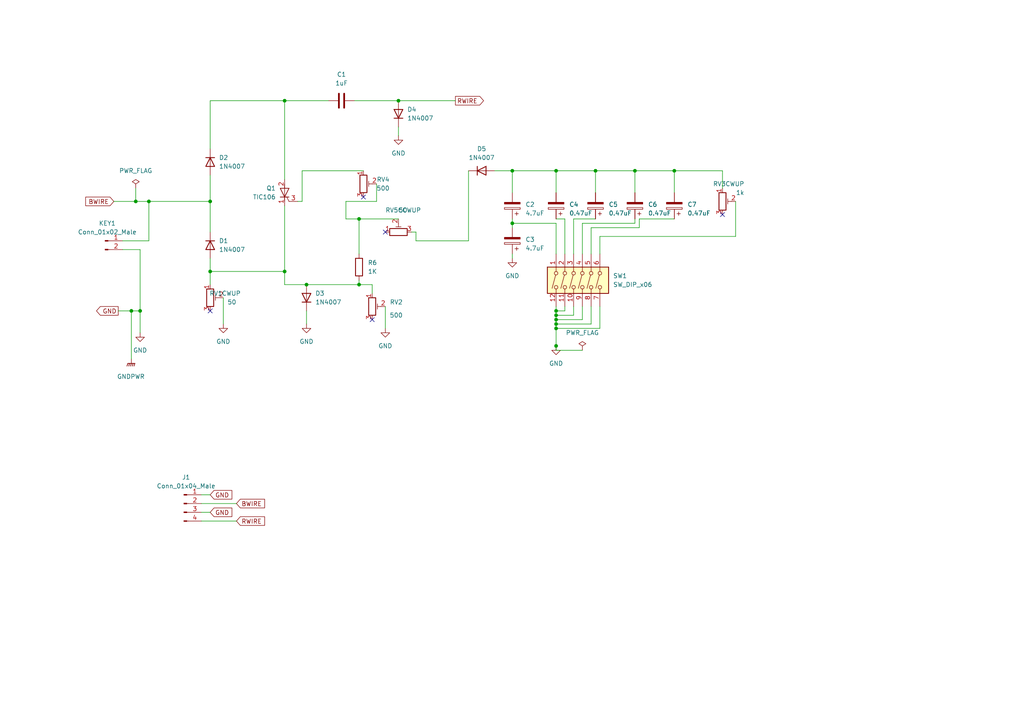
<source format=kicad_sch>
(kicad_sch (version 20230121) (generator eeschema)

  (uuid e63e39d7-6ac0-4ffd-8aa3-1841a4541b55)

  (paper "A4")

  (title_block
    (title "Mk2.3 THT CDI")
    (date "2023-11-08")
    (rev "2.3")
    (company "MBI Ignitions")
  )

  (lib_symbols
    (symbol "Connector:Conn_01x02_Male" (pin_names (offset 1.016) hide) (in_bom yes) (on_board yes)
      (property "Reference" "J" (at 0 2.54 0)
        (effects (font (size 1.27 1.27)))
      )
      (property "Value" "Conn_01x02_Male" (at 0 -5.08 0)
        (effects (font (size 1.27 1.27)))
      )
      (property "Footprint" "" (at 0 0 0)
        (effects (font (size 1.27 1.27)) hide)
      )
      (property "Datasheet" "~" (at 0 0 0)
        (effects (font (size 1.27 1.27)) hide)
      )
      (property "ki_keywords" "connector" (at 0 0 0)
        (effects (font (size 1.27 1.27)) hide)
      )
      (property "ki_description" "Generic connector, single row, 01x02, script generated (kicad-library-utils/schlib/autogen/connector/)" (at 0 0 0)
        (effects (font (size 1.27 1.27)) hide)
      )
      (property "ki_fp_filters" "Connector*:*_1x??_*" (at 0 0 0)
        (effects (font (size 1.27 1.27)) hide)
      )
      (symbol "Conn_01x02_Male_1_1"
        (polyline
          (pts
            (xy 1.27 -2.54)
            (xy 0.8636 -2.54)
          )
          (stroke (width 0.1524) (type default))
          (fill (type none))
        )
        (polyline
          (pts
            (xy 1.27 0)
            (xy 0.8636 0)
          )
          (stroke (width 0.1524) (type default))
          (fill (type none))
        )
        (rectangle (start 0.8636 -2.413) (end 0 -2.667)
          (stroke (width 0.1524) (type default))
          (fill (type outline))
        )
        (rectangle (start 0.8636 0.127) (end 0 -0.127)
          (stroke (width 0.1524) (type default))
          (fill (type outline))
        )
        (pin passive line (at 5.08 0 180) (length 3.81)
          (name "Pin_1" (effects (font (size 1.27 1.27))))
          (number "1" (effects (font (size 1.27 1.27))))
        )
        (pin passive line (at 5.08 -2.54 180) (length 3.81)
          (name "Pin_2" (effects (font (size 1.27 1.27))))
          (number "2" (effects (font (size 1.27 1.27))))
        )
      )
    )
    (symbol "Connector:Conn_01x04_Male" (pin_names (offset 1.016) hide) (in_bom yes) (on_board yes)
      (property "Reference" "J" (at 0 5.08 0)
        (effects (font (size 1.27 1.27)))
      )
      (property "Value" "Conn_01x04_Male" (at 0 -7.62 0)
        (effects (font (size 1.27 1.27)))
      )
      (property "Footprint" "" (at 0 0 0)
        (effects (font (size 1.27 1.27)) hide)
      )
      (property "Datasheet" "~" (at 0 0 0)
        (effects (font (size 1.27 1.27)) hide)
      )
      (property "ki_keywords" "connector" (at 0 0 0)
        (effects (font (size 1.27 1.27)) hide)
      )
      (property "ki_description" "Generic connector, single row, 01x04, script generated (kicad-library-utils/schlib/autogen/connector/)" (at 0 0 0)
        (effects (font (size 1.27 1.27)) hide)
      )
      (property "ki_fp_filters" "Connector*:*_1x??_*" (at 0 0 0)
        (effects (font (size 1.27 1.27)) hide)
      )
      (symbol "Conn_01x04_Male_1_1"
        (polyline
          (pts
            (xy 1.27 -5.08)
            (xy 0.8636 -5.08)
          )
          (stroke (width 0.1524) (type default))
          (fill (type none))
        )
        (polyline
          (pts
            (xy 1.27 -2.54)
            (xy 0.8636 -2.54)
          )
          (stroke (width 0.1524) (type default))
          (fill (type none))
        )
        (polyline
          (pts
            (xy 1.27 0)
            (xy 0.8636 0)
          )
          (stroke (width 0.1524) (type default))
          (fill (type none))
        )
        (polyline
          (pts
            (xy 1.27 2.54)
            (xy 0.8636 2.54)
          )
          (stroke (width 0.1524) (type default))
          (fill (type none))
        )
        (rectangle (start 0.8636 -4.953) (end 0 -5.207)
          (stroke (width 0.1524) (type default))
          (fill (type outline))
        )
        (rectangle (start 0.8636 -2.413) (end 0 -2.667)
          (stroke (width 0.1524) (type default))
          (fill (type outline))
        )
        (rectangle (start 0.8636 0.127) (end 0 -0.127)
          (stroke (width 0.1524) (type default))
          (fill (type outline))
        )
        (rectangle (start 0.8636 2.667) (end 0 2.413)
          (stroke (width 0.1524) (type default))
          (fill (type outline))
        )
        (pin passive line (at 5.08 2.54 180) (length 3.81)
          (name "Pin_1" (effects (font (size 1.27 1.27))))
          (number "1" (effects (font (size 1.27 1.27))))
        )
        (pin passive line (at 5.08 0 180) (length 3.81)
          (name "Pin_2" (effects (font (size 1.27 1.27))))
          (number "2" (effects (font (size 1.27 1.27))))
        )
        (pin passive line (at 5.08 -2.54 180) (length 3.81)
          (name "Pin_3" (effects (font (size 1.27 1.27))))
          (number "3" (effects (font (size 1.27 1.27))))
        )
        (pin passive line (at 5.08 -5.08 180) (length 3.81)
          (name "Pin_4" (effects (font (size 1.27 1.27))))
          (number "4" (effects (font (size 1.27 1.27))))
        )
      )
    )
    (symbol "Device:C" (pin_numbers hide) (pin_names (offset 0.254)) (in_bom yes) (on_board yes)
      (property "Reference" "C" (at 0.635 2.54 0)
        (effects (font (size 1.27 1.27)) (justify left))
      )
      (property "Value" "C" (at 0.635 -2.54 0)
        (effects (font (size 1.27 1.27)) (justify left))
      )
      (property "Footprint" "" (at 0.9652 -3.81 0)
        (effects (font (size 1.27 1.27)) hide)
      )
      (property "Datasheet" "~" (at 0 0 0)
        (effects (font (size 1.27 1.27)) hide)
      )
      (property "ki_keywords" "cap capacitor" (at 0 0 0)
        (effects (font (size 1.27 1.27)) hide)
      )
      (property "ki_description" "Unpolarized capacitor" (at 0 0 0)
        (effects (font (size 1.27 1.27)) hide)
      )
      (property "ki_fp_filters" "C_*" (at 0 0 0)
        (effects (font (size 1.27 1.27)) hide)
      )
      (symbol "C_0_1"
        (polyline
          (pts
            (xy -2.032 -0.762)
            (xy 2.032 -0.762)
          )
          (stroke (width 0.508) (type default))
          (fill (type none))
        )
        (polyline
          (pts
            (xy -2.032 0.762)
            (xy 2.032 0.762)
          )
          (stroke (width 0.508) (type default))
          (fill (type none))
        )
      )
      (symbol "C_1_1"
        (pin passive line (at 0 3.81 270) (length 2.794)
          (name "~" (effects (font (size 1.27 1.27))))
          (number "1" (effects (font (size 1.27 1.27))))
        )
        (pin passive line (at 0 -3.81 90) (length 2.794)
          (name "~" (effects (font (size 1.27 1.27))))
          (number "2" (effects (font (size 1.27 1.27))))
        )
      )
    )
    (symbol "Device:C_Polarized" (pin_numbers hide) (pin_names (offset 0.254)) (in_bom yes) (on_board yes)
      (property "Reference" "C" (at 0.635 2.54 0)
        (effects (font (size 1.27 1.27)) (justify left))
      )
      (property "Value" "C_Polarized" (at 0.635 -2.54 0)
        (effects (font (size 1.27 1.27)) (justify left))
      )
      (property "Footprint" "" (at 0.9652 -3.81 0)
        (effects (font (size 1.27 1.27)) hide)
      )
      (property "Datasheet" "~" (at 0 0 0)
        (effects (font (size 1.27 1.27)) hide)
      )
      (property "ki_keywords" "cap capacitor" (at 0 0 0)
        (effects (font (size 1.27 1.27)) hide)
      )
      (property "ki_description" "Polarized capacitor" (at 0 0 0)
        (effects (font (size 1.27 1.27)) hide)
      )
      (property "ki_fp_filters" "CP_*" (at 0 0 0)
        (effects (font (size 1.27 1.27)) hide)
      )
      (symbol "C_Polarized_0_1"
        (rectangle (start -2.286 0.508) (end 2.286 1.016)
          (stroke (width 0) (type default))
          (fill (type none))
        )
        (polyline
          (pts
            (xy -1.778 2.286)
            (xy -0.762 2.286)
          )
          (stroke (width 0) (type default))
          (fill (type none))
        )
        (polyline
          (pts
            (xy -1.27 2.794)
            (xy -1.27 1.778)
          )
          (stroke (width 0) (type default))
          (fill (type none))
        )
        (rectangle (start 2.286 -0.508) (end -2.286 -1.016)
          (stroke (width 0) (type default))
          (fill (type outline))
        )
      )
      (symbol "C_Polarized_1_1"
        (pin passive line (at 0 3.81 270) (length 2.794)
          (name "~" (effects (font (size 1.27 1.27))))
          (number "1" (effects (font (size 1.27 1.27))))
        )
        (pin passive line (at 0 -3.81 90) (length 2.794)
          (name "~" (effects (font (size 1.27 1.27))))
          (number "2" (effects (font (size 1.27 1.27))))
        )
      )
    )
    (symbol "Device:R" (pin_numbers hide) (pin_names (offset 0)) (in_bom yes) (on_board yes)
      (property "Reference" "R" (at 2.032 0 90)
        (effects (font (size 1.27 1.27)))
      )
      (property "Value" "R" (at 0 0 90)
        (effects (font (size 1.27 1.27)))
      )
      (property "Footprint" "" (at -1.778 0 90)
        (effects (font (size 1.27 1.27)) hide)
      )
      (property "Datasheet" "~" (at 0 0 0)
        (effects (font (size 1.27 1.27)) hide)
      )
      (property "ki_keywords" "R res resistor" (at 0 0 0)
        (effects (font (size 1.27 1.27)) hide)
      )
      (property "ki_description" "Resistor" (at 0 0 0)
        (effects (font (size 1.27 1.27)) hide)
      )
      (property "ki_fp_filters" "R_*" (at 0 0 0)
        (effects (font (size 1.27 1.27)) hide)
      )
      (symbol "R_0_1"
        (rectangle (start -1.016 -2.54) (end 1.016 2.54)
          (stroke (width 0.254) (type default))
          (fill (type none))
        )
      )
      (symbol "R_1_1"
        (pin passive line (at 0 3.81 270) (length 1.27)
          (name "~" (effects (font (size 1.27 1.27))))
          (number "1" (effects (font (size 1.27 1.27))))
        )
        (pin passive line (at 0 -3.81 90) (length 1.27)
          (name "~" (effects (font (size 1.27 1.27))))
          (number "2" (effects (font (size 1.27 1.27))))
        )
      )
    )
    (symbol "Device:R_Potentiometer_Trim" (pin_names (offset 1.016) hide) (in_bom yes) (on_board yes)
      (property "Reference" "RV" (at -4.445 0 90)
        (effects (font (size 1.27 1.27)))
      )
      (property "Value" "R_Potentiometer_Trim" (at -2.54 0 90)
        (effects (font (size 1.27 1.27)))
      )
      (property "Footprint" "" (at 0 0 0)
        (effects (font (size 1.27 1.27)) hide)
      )
      (property "Datasheet" "~" (at 0 0 0)
        (effects (font (size 1.27 1.27)) hide)
      )
      (property "ki_keywords" "resistor variable trimpot trimmer" (at 0 0 0)
        (effects (font (size 1.27 1.27)) hide)
      )
      (property "ki_description" "Trim-potentiometer" (at 0 0 0)
        (effects (font (size 1.27 1.27)) hide)
      )
      (property "ki_fp_filters" "Potentiometer*" (at 0 0 0)
        (effects (font (size 1.27 1.27)) hide)
      )
      (symbol "R_Potentiometer_Trim_0_1"
        (polyline
          (pts
            (xy 1.524 0.762)
            (xy 1.524 -0.762)
          )
          (stroke (width 0) (type default))
          (fill (type none))
        )
        (polyline
          (pts
            (xy 2.54 0)
            (xy 1.524 0)
          )
          (stroke (width 0) (type default))
          (fill (type none))
        )
        (rectangle (start 1.016 2.54) (end -1.016 -2.54)
          (stroke (width 0.254) (type default))
          (fill (type none))
        )
      )
      (symbol "R_Potentiometer_Trim_1_1"
        (pin passive line (at 0 3.81 270) (length 1.27)
          (name "1" (effects (font (size 1.27 1.27))))
          (number "1" (effects (font (size 1.27 1.27))))
        )
        (pin passive line (at 3.81 0 180) (length 1.27)
          (name "2" (effects (font (size 1.27 1.27))))
          (number "2" (effects (font (size 1.27 1.27))))
        )
        (pin passive line (at 0 -3.81 90) (length 1.27)
          (name "3" (effects (font (size 1.27 1.27))))
          (number "3" (effects (font (size 1.27 1.27))))
        )
      )
    )
    (symbol "Diode:1N4007" (pin_numbers hide) (pin_names (offset 1.016) hide) (in_bom yes) (on_board yes)
      (property "Reference" "D" (at 0 2.54 0)
        (effects (font (size 1.27 1.27)))
      )
      (property "Value" "1N4007" (at 0 -2.54 0)
        (effects (font (size 1.27 1.27)))
      )
      (property "Footprint" "Diode_THT:D_DO-41_SOD81_P10.16mm_Horizontal" (at 0 -4.445 0)
        (effects (font (size 1.27 1.27)) hide)
      )
      (property "Datasheet" "http://www.vishay.com/docs/88503/1n4001.pdf" (at 0 0 0)
        (effects (font (size 1.27 1.27)) hide)
      )
      (property "ki_keywords" "diode" (at 0 0 0)
        (effects (font (size 1.27 1.27)) hide)
      )
      (property "ki_description" "1000V 1A General Purpose Rectifier Diode, DO-41" (at 0 0 0)
        (effects (font (size 1.27 1.27)) hide)
      )
      (property "ki_fp_filters" "D*DO?41*" (at 0 0 0)
        (effects (font (size 1.27 1.27)) hide)
      )
      (symbol "1N4007_0_1"
        (polyline
          (pts
            (xy -1.27 1.27)
            (xy -1.27 -1.27)
          )
          (stroke (width 0.254) (type default))
          (fill (type none))
        )
        (polyline
          (pts
            (xy 1.27 0)
            (xy -1.27 0)
          )
          (stroke (width 0) (type default))
          (fill (type none))
        )
        (polyline
          (pts
            (xy 1.27 1.27)
            (xy 1.27 -1.27)
            (xy -1.27 0)
            (xy 1.27 1.27)
          )
          (stroke (width 0.254) (type default))
          (fill (type none))
        )
      )
      (symbol "1N4007_1_1"
        (pin passive line (at -3.81 0 0) (length 2.54)
          (name "K" (effects (font (size 1.27 1.27))))
          (number "1" (effects (font (size 1.27 1.27))))
        )
        (pin passive line (at 3.81 0 180) (length 2.54)
          (name "A" (effects (font (size 1.27 1.27))))
          (number "2" (effects (font (size 1.27 1.27))))
        )
      )
    )
    (symbol "Switch:SW_DIP_x06" (pin_names (offset 0) hide) (in_bom yes) (on_board yes)
      (property "Reference" "SW" (at 0 11.43 0)
        (effects (font (size 1.27 1.27)))
      )
      (property "Value" "SW_DIP_x06" (at 0 -8.89 0)
        (effects (font (size 1.27 1.27)))
      )
      (property "Footprint" "" (at 0 0 0)
        (effects (font (size 1.27 1.27)) hide)
      )
      (property "Datasheet" "~" (at 0 0 0)
        (effects (font (size 1.27 1.27)) hide)
      )
      (property "ki_keywords" "dip switch" (at 0 0 0)
        (effects (font (size 1.27 1.27)) hide)
      )
      (property "ki_description" "6x DIP Switch, Single Pole Single Throw (SPST) switch, small symbol" (at 0 0 0)
        (effects (font (size 1.27 1.27)) hide)
      )
      (property "ki_fp_filters" "SW?DIP?x6*" (at 0 0 0)
        (effects (font (size 1.27 1.27)) hide)
      )
      (symbol "SW_DIP_x06_0_0"
        (circle (center -2.032 -5.08) (radius 0.508)
          (stroke (width 0) (type default))
          (fill (type none))
        )
        (circle (center -2.032 -2.54) (radius 0.508)
          (stroke (width 0) (type default))
          (fill (type none))
        )
        (circle (center -2.032 0) (radius 0.508)
          (stroke (width 0) (type default))
          (fill (type none))
        )
        (circle (center -2.032 2.54) (radius 0.508)
          (stroke (width 0) (type default))
          (fill (type none))
        )
        (circle (center -2.032 5.08) (radius 0.508)
          (stroke (width 0) (type default))
          (fill (type none))
        )
        (circle (center -2.032 7.62) (radius 0.508)
          (stroke (width 0) (type default))
          (fill (type none))
        )
        (polyline
          (pts
            (xy -1.524 -4.9276)
            (xy 2.3622 -3.8862)
          )
          (stroke (width 0) (type default))
          (fill (type none))
        )
        (polyline
          (pts
            (xy -1.524 -2.3876)
            (xy 2.3622 -1.3462)
          )
          (stroke (width 0) (type default))
          (fill (type none))
        )
        (polyline
          (pts
            (xy -1.524 0.127)
            (xy 2.3622 1.1684)
          )
          (stroke (width 0) (type default))
          (fill (type none))
        )
        (polyline
          (pts
            (xy -1.524 2.667)
            (xy 2.3622 3.7084)
          )
          (stroke (width 0) (type default))
          (fill (type none))
        )
        (polyline
          (pts
            (xy -1.524 5.207)
            (xy 2.3622 6.2484)
          )
          (stroke (width 0) (type default))
          (fill (type none))
        )
        (polyline
          (pts
            (xy -1.524 7.747)
            (xy 2.3622 8.7884)
          )
          (stroke (width 0) (type default))
          (fill (type none))
        )
        (circle (center 2.032 -5.08) (radius 0.508)
          (stroke (width 0) (type default))
          (fill (type none))
        )
        (circle (center 2.032 -2.54) (radius 0.508)
          (stroke (width 0) (type default))
          (fill (type none))
        )
        (circle (center 2.032 0) (radius 0.508)
          (stroke (width 0) (type default))
          (fill (type none))
        )
        (circle (center 2.032 2.54) (radius 0.508)
          (stroke (width 0) (type default))
          (fill (type none))
        )
        (circle (center 2.032 5.08) (radius 0.508)
          (stroke (width 0) (type default))
          (fill (type none))
        )
        (circle (center 2.032 7.62) (radius 0.508)
          (stroke (width 0) (type default))
          (fill (type none))
        )
      )
      (symbol "SW_DIP_x06_0_1"
        (rectangle (start -3.81 10.16) (end 3.81 -7.62)
          (stroke (width 0.254) (type default))
          (fill (type background))
        )
      )
      (symbol "SW_DIP_x06_1_1"
        (pin passive line (at -7.62 7.62 0) (length 5.08)
          (name "~" (effects (font (size 1.27 1.27))))
          (number "1" (effects (font (size 1.27 1.27))))
        )
        (pin passive line (at 7.62 2.54 180) (length 5.08)
          (name "~" (effects (font (size 1.27 1.27))))
          (number "10" (effects (font (size 1.27 1.27))))
        )
        (pin passive line (at 7.62 5.08 180) (length 5.08)
          (name "~" (effects (font (size 1.27 1.27))))
          (number "11" (effects (font (size 1.27 1.27))))
        )
        (pin passive line (at 7.62 7.62 180) (length 5.08)
          (name "~" (effects (font (size 1.27 1.27))))
          (number "12" (effects (font (size 1.27 1.27))))
        )
        (pin passive line (at -7.62 5.08 0) (length 5.08)
          (name "~" (effects (font (size 1.27 1.27))))
          (number "2" (effects (font (size 1.27 1.27))))
        )
        (pin passive line (at -7.62 2.54 0) (length 5.08)
          (name "~" (effects (font (size 1.27 1.27))))
          (number "3" (effects (font (size 1.27 1.27))))
        )
        (pin passive line (at -7.62 0 0) (length 5.08)
          (name "~" (effects (font (size 1.27 1.27))))
          (number "4" (effects (font (size 1.27 1.27))))
        )
        (pin passive line (at -7.62 -2.54 0) (length 5.08)
          (name "~" (effects (font (size 1.27 1.27))))
          (number "5" (effects (font (size 1.27 1.27))))
        )
        (pin passive line (at -7.62 -5.08 0) (length 5.08)
          (name "~" (effects (font (size 1.27 1.27))))
          (number "6" (effects (font (size 1.27 1.27))))
        )
        (pin passive line (at 7.62 -5.08 180) (length 5.08)
          (name "~" (effects (font (size 1.27 1.27))))
          (number "7" (effects (font (size 1.27 1.27))))
        )
        (pin passive line (at 7.62 -2.54 180) (length 5.08)
          (name "~" (effects (font (size 1.27 1.27))))
          (number "8" (effects (font (size 1.27 1.27))))
        )
        (pin passive line (at 7.62 0 180) (length 5.08)
          (name "~" (effects (font (size 1.27 1.27))))
          (number "9" (effects (font (size 1.27 1.27))))
        )
      )
    )
    (symbol "Triac_Thyristor:TIC106" (pin_names (offset 0) hide) (in_bom yes) (on_board yes)
      (property "Reference" "Q" (at 2.54 1.905 0)
        (effects (font (size 1.27 1.27)) (justify left))
      )
      (property "Value" "TIC106" (at 2.54 0 0)
        (effects (font (size 1.27 1.27)) (justify left))
      )
      (property "Footprint" "Package_TO_SOT_THT:TO-220-3_Vertical" (at 2.54 -1.905 0)
        (effects (font (size 1.27 1.27) italic) (justify left) hide)
      )
      (property "Datasheet" "http://pdf.datasheetcatalog.com/datasheet/PowerInnovations/mXyzrtvs.pdf" (at 0 0 0)
        (effects (font (size 1.27 1.27)) (justify left) hide)
      )
      (property "ki_keywords" "thyristor" (at 0 0 0)
        (effects (font (size 1.27 1.27)) hide)
      )
      (property "ki_description" "5A Ion, 400-800V Voff, Silicon Controlled Rectifier (Thyristor), TO-220" (at 0 0 0)
        (effects (font (size 1.27 1.27)) hide)
      )
      (property "ki_fp_filters" "TO?220*" (at 0 0 0)
        (effects (font (size 1.27 1.27)) hide)
      )
      (symbol "TIC106_0_1"
        (polyline
          (pts
            (xy -1.27 -2.54)
            (xy -0.635 -1.27)
          )
          (stroke (width 0) (type default))
          (fill (type none))
        )
        (polyline
          (pts
            (xy -1.27 -1.27)
            (xy 1.27 -1.27)
          )
          (stroke (width 0.2032) (type default))
          (fill (type none))
        )
        (polyline
          (pts
            (xy 0 -2.54)
            (xy 0 2.54)
          )
          (stroke (width 0) (type default))
          (fill (type none))
        )
        (polyline
          (pts
            (xy -1.27 1.27)
            (xy 1.27 1.27)
            (xy 0 -1.27)
            (xy -1.27 1.27)
          )
          (stroke (width 0.2032) (type default))
          (fill (type none))
        )
      )
      (symbol "TIC106_1_1"
        (pin passive line (at 0 -3.81 90) (length 2.54)
          (name "K" (effects (font (size 1.27 1.27))))
          (number "1" (effects (font (size 1.27 1.27))))
        )
        (pin passive line (at 0 3.81 270) (length 2.54)
          (name "A" (effects (font (size 1.27 1.27))))
          (number "2" (effects (font (size 1.27 1.27))))
        )
        (pin input line (at -3.81 -2.54 0) (length 2.54)
          (name "G" (effects (font (size 1.27 1.27))))
          (number "3" (effects (font (size 1.27 1.27))))
        )
      )
    )
    (symbol "power:GND" (power) (pin_names (offset 0)) (in_bom yes) (on_board yes)
      (property "Reference" "#PWR" (at 0 -6.35 0)
        (effects (font (size 1.27 1.27)) hide)
      )
      (property "Value" "GND" (at 0 -3.81 0)
        (effects (font (size 1.27 1.27)))
      )
      (property "Footprint" "" (at 0 0 0)
        (effects (font (size 1.27 1.27)) hide)
      )
      (property "Datasheet" "" (at 0 0 0)
        (effects (font (size 1.27 1.27)) hide)
      )
      (property "ki_keywords" "power-flag" (at 0 0 0)
        (effects (font (size 1.27 1.27)) hide)
      )
      (property "ki_description" "Power symbol creates a global label with name \"GND\" , ground" (at 0 0 0)
        (effects (font (size 1.27 1.27)) hide)
      )
      (symbol "GND_0_1"
        (polyline
          (pts
            (xy 0 0)
            (xy 0 -1.27)
            (xy 1.27 -1.27)
            (xy 0 -2.54)
            (xy -1.27 -1.27)
            (xy 0 -1.27)
          )
          (stroke (width 0) (type default))
          (fill (type none))
        )
      )
      (symbol "GND_1_1"
        (pin power_in line (at 0 0 270) (length 0) hide
          (name "GND" (effects (font (size 1.27 1.27))))
          (number "1" (effects (font (size 1.27 1.27))))
        )
      )
    )
    (symbol "power:GNDPWR" (power) (pin_names (offset 0)) (in_bom yes) (on_board yes)
      (property "Reference" "#PWR" (at 0 -5.08 0)
        (effects (font (size 1.27 1.27)) hide)
      )
      (property "Value" "GNDPWR" (at 0 -3.302 0)
        (effects (font (size 1.27 1.27)))
      )
      (property "Footprint" "" (at 0 -1.27 0)
        (effects (font (size 1.27 1.27)) hide)
      )
      (property "Datasheet" "" (at 0 -1.27 0)
        (effects (font (size 1.27 1.27)) hide)
      )
      (property "ki_keywords" "power-flag" (at 0 0 0)
        (effects (font (size 1.27 1.27)) hide)
      )
      (property "ki_description" "Power symbol creates a global label with name \"GNDPWR\" , power ground" (at 0 0 0)
        (effects (font (size 1.27 1.27)) hide)
      )
      (symbol "GNDPWR_0_1"
        (polyline
          (pts
            (xy 0 -1.27)
            (xy 0 0)
          )
          (stroke (width 0) (type default))
          (fill (type none))
        )
        (polyline
          (pts
            (xy -1.016 -1.27)
            (xy -1.27 -2.032)
            (xy -1.27 -2.032)
          )
          (stroke (width 0.2032) (type default))
          (fill (type none))
        )
        (polyline
          (pts
            (xy -0.508 -1.27)
            (xy -0.762 -2.032)
            (xy -0.762 -2.032)
          )
          (stroke (width 0.2032) (type default))
          (fill (type none))
        )
        (polyline
          (pts
            (xy 0 -1.27)
            (xy -0.254 -2.032)
            (xy -0.254 -2.032)
          )
          (stroke (width 0.2032) (type default))
          (fill (type none))
        )
        (polyline
          (pts
            (xy 0.508 -1.27)
            (xy 0.254 -2.032)
            (xy 0.254 -2.032)
          )
          (stroke (width 0.2032) (type default))
          (fill (type none))
        )
        (polyline
          (pts
            (xy 1.016 -1.27)
            (xy -1.016 -1.27)
            (xy -1.016 -1.27)
          )
          (stroke (width 0.2032) (type default))
          (fill (type none))
        )
        (polyline
          (pts
            (xy 1.016 -1.27)
            (xy 0.762 -2.032)
            (xy 0.762 -2.032)
            (xy 0.762 -2.032)
          )
          (stroke (width 0.2032) (type default))
          (fill (type none))
        )
      )
      (symbol "GNDPWR_1_1"
        (pin power_in line (at 0 0 270) (length 0) hide
          (name "GNDPWR" (effects (font (size 1.27 1.27))))
          (number "1" (effects (font (size 1.27 1.27))))
        )
      )
    )
    (symbol "power:PWR_FLAG" (power) (pin_numbers hide) (pin_names (offset 0) hide) (in_bom yes) (on_board yes)
      (property "Reference" "#FLG" (at 0 1.905 0)
        (effects (font (size 1.27 1.27)) hide)
      )
      (property "Value" "PWR_FLAG" (at 0 3.81 0)
        (effects (font (size 1.27 1.27)))
      )
      (property "Footprint" "" (at 0 0 0)
        (effects (font (size 1.27 1.27)) hide)
      )
      (property "Datasheet" "~" (at 0 0 0)
        (effects (font (size 1.27 1.27)) hide)
      )
      (property "ki_keywords" "power-flag" (at 0 0 0)
        (effects (font (size 1.27 1.27)) hide)
      )
      (property "ki_description" "Special symbol for telling ERC where power comes from" (at 0 0 0)
        (effects (font (size 1.27 1.27)) hide)
      )
      (symbol "PWR_FLAG_0_0"
        (pin power_out line (at 0 0 90) (length 0)
          (name "pwr" (effects (font (size 1.27 1.27))))
          (number "1" (effects (font (size 1.27 1.27))))
        )
      )
      (symbol "PWR_FLAG_0_1"
        (polyline
          (pts
            (xy 0 0)
            (xy 0 1.27)
            (xy -1.016 1.905)
            (xy 0 2.54)
            (xy 1.016 1.905)
            (xy 0 1.27)
          )
          (stroke (width 0) (type default))
          (fill (type none))
        )
      )
    )
  )

  (junction (at 161.29 49.53) (diameter 0) (color 0 0 0 0)
    (uuid 022ba0b0-b54e-43c6-88b9-91de211bfeae)
  )
  (junction (at 184.15 49.53) (diameter 0) (color 0 0 0 0)
    (uuid 15a4c1af-a013-4e96-927f-a4c659e68333)
  )
  (junction (at 161.29 92.71) (diameter 0) (color 0 0 0 0)
    (uuid 247502d5-a2ec-4b6f-9a23-b02da4c5a01e)
  )
  (junction (at 40.64 90.17) (diameter 0) (color 0 0 0 0)
    (uuid 2503d954-ef99-4072-b4c2-68d293469a5a)
  )
  (junction (at 43.18 58.42) (diameter 0) (color 0 0 0 0)
    (uuid 2f8c467f-c568-40e7-b45f-c00d2d7d7568)
  )
  (junction (at 82.55 29.21) (diameter 0) (color 0 0 0 0)
    (uuid 415cf57a-0d44-4d16-af36-472bcc01eccb)
  )
  (junction (at 195.58 49.53) (diameter 0) (color 0 0 0 0)
    (uuid 4d4062d6-97d6-49fd-96f2-682d6ca80ad7)
  )
  (junction (at 115.57 29.21) (diameter 0) (color 0 0 0 0)
    (uuid 5c46ba13-cf0e-4335-b34e-9ec442511509)
  )
  (junction (at 104.14 82.55) (diameter 0) (color 0 0 0 0)
    (uuid 5d41b832-6aa9-4da9-9d05-a22b1df93fc6)
  )
  (junction (at 148.59 64.77) (diameter 0) (color 0 0 0 0)
    (uuid 6a023302-fc8f-44be-a711-fdd3b89e6093)
  )
  (junction (at 82.55 78.74) (diameter 0) (color 0 0 0 0)
    (uuid 6bcae9cc-bd52-4f97-82ef-304a9a747f94)
  )
  (junction (at 161.29 93.98) (diameter 0) (color 0 0 0 0)
    (uuid 6f9174b8-a2e2-4dce-8aca-b33da613bd60)
  )
  (junction (at 148.59 49.53) (diameter 0) (color 0 0 0 0)
    (uuid 919f09ab-53af-49d3-b281-5a896390a598)
  )
  (junction (at 60.96 58.42) (diameter 0) (color 0 0 0 0)
    (uuid 981f8569-562f-41cc-a1e4-d41b71ea4fa6)
  )
  (junction (at 38.1 90.17) (diameter 0) (color 0 0 0 0)
    (uuid a1f44efb-de91-4a03-9244-27eb25c34466)
  )
  (junction (at 60.96 78.74) (diameter 0) (color 0 0 0 0)
    (uuid a456bd40-b2fd-424c-b931-b7b320bd8eee)
  )
  (junction (at 88.9 82.55) (diameter 0) (color 0 0 0 0)
    (uuid ac426d35-7004-4220-a697-1347ebd6934b)
  )
  (junction (at 104.14 63.5) (diameter 0) (color 0 0 0 0)
    (uuid ad013ad4-ed51-48d7-b704-0aab45175ee5)
  )
  (junction (at 161.29 100.33) (diameter 0) (color 0 0 0 0)
    (uuid b5ffdb69-0d10-4e56-a878-ea9fd431e3ac)
  )
  (junction (at 39.37 58.42) (diameter 0) (color 0 0 0 0)
    (uuid b6d29a61-a196-4a02-8807-60bd5497f3b5)
  )
  (junction (at 161.29 90.17) (diameter 0) (color 0 0 0 0)
    (uuid c7a7b759-bfd8-4247-969b-3a8d42e65385)
  )
  (junction (at 161.29 91.44) (diameter 0) (color 0 0 0 0)
    (uuid db467399-c850-413d-9d79-f80d7b39f5f5)
  )
  (junction (at 161.29 95.25) (diameter 0) (color 0 0 0 0)
    (uuid de2f23ef-627b-4d24-9d89-99c86a43fbab)
  )
  (junction (at 172.72 49.53) (diameter 0) (color 0 0 0 0)
    (uuid fff596bc-5b80-4506-a1f8-342c3370491c)
  )

  (no_connect (at 107.95 92.71) (uuid 70a122ac-d66c-4483-abad-433150fe3132))
  (no_connect (at 105.41 57.15) (uuid 85601542-7f47-4c0d-b9bc-572a474f739d))
  (no_connect (at 111.76 67.31) (uuid b36ffdab-7519-415c-8d52-a7404bec34db))
  (no_connect (at 60.96 90.17) (uuid f88dfef8-8d41-455d-98b9-e505b0fe42a0))
  (no_connect (at 209.55 62.23) (uuid fd3be63d-50ef-45e5-b943-84a81cb82735))

  (wire (pts (xy 213.36 58.42) (xy 213.36 68.58))
    (stroke (width 0) (type default))
    (uuid 02c31e9b-45a1-4714-8fa0-799b5edc1fd5)
  )
  (wire (pts (xy 60.96 78.74) (xy 60.96 82.55))
    (stroke (width 0) (type default))
    (uuid 07832504-6aca-4496-bad5-a6609f3ce449)
  )
  (wire (pts (xy 115.57 29.21) (xy 132.08 29.21))
    (stroke (width 0) (type default))
    (uuid 08efd7c2-7f3c-4883-a91c-3ef1e05c9fd7)
  )
  (wire (pts (xy 166.37 88.9) (xy 166.37 91.44))
    (stroke (width 0) (type default))
    (uuid 16391b49-1e9b-4141-b5a0-87bbf37bc403)
  )
  (wire (pts (xy 39.37 58.42) (xy 43.18 58.42))
    (stroke (width 0) (type default))
    (uuid 1afd42ce-ffc6-4506-8de9-53dd648f6cb4)
  )
  (wire (pts (xy 184.15 49.53) (xy 184.15 55.88))
    (stroke (width 0) (type default))
    (uuid 1e07c9f0-74de-4840-ba33-a15bea83a970)
  )
  (wire (pts (xy 104.14 82.55) (xy 107.95 82.55))
    (stroke (width 0) (type default))
    (uuid 1ee6f22c-79bb-4b5c-a94c-939f34e6fc8b)
  )
  (wire (pts (xy 82.55 78.74) (xy 60.96 78.74))
    (stroke (width 0) (type default))
    (uuid 1f095f88-a709-4dce-b0ed-23ea45ee11aa)
  )
  (wire (pts (xy 58.42 148.59) (xy 60.96 148.59))
    (stroke (width 0) (type default))
    (uuid 21a04296-e22f-4b1b-87d6-6f60c4df0881)
  )
  (wire (pts (xy 161.29 63.5) (xy 163.83 63.5))
    (stroke (width 0) (type default))
    (uuid 2b6b6c6e-4dcd-4940-a43a-b9aa067b8452)
  )
  (wire (pts (xy 120.65 69.85) (xy 120.65 67.31))
    (stroke (width 0) (type default))
    (uuid 2dfe9520-6ff4-40ef-b93f-c324bff9c097)
  )
  (wire (pts (xy 209.55 49.53) (xy 209.55 54.61))
    (stroke (width 0) (type default))
    (uuid 30777286-4b49-4848-af36-596df31f61ae)
  )
  (wire (pts (xy 185.42 66.04) (xy 171.45 66.04))
    (stroke (width 0) (type default))
    (uuid 33397cca-4e97-499d-88c0-50564b7e6720)
  )
  (wire (pts (xy 184.15 63.5) (xy 184.15 64.77))
    (stroke (width 0) (type default))
    (uuid 3483af5c-13f9-4d56-b0ec-0807978e7f9c)
  )
  (wire (pts (xy 148.59 49.53) (xy 161.29 49.53))
    (stroke (width 0) (type default))
    (uuid 348e2c91-b1d9-41ac-bbdf-65fbda7d3c26)
  )
  (wire (pts (xy 161.29 73.66) (xy 161.29 64.77))
    (stroke (width 0) (type default))
    (uuid 353d0d02-4bdc-486e-8ad9-7ae78820360f)
  )
  (wire (pts (xy 60.96 50.8) (xy 60.96 58.42))
    (stroke (width 0) (type default))
    (uuid 354b8a5b-138c-4f2f-8300-726321cf9060)
  )
  (wire (pts (xy 109.22 58.42) (xy 100.33 58.42))
    (stroke (width 0) (type default))
    (uuid 37fa8ebd-6725-44b2-96c9-77f240af55df)
  )
  (wire (pts (xy 173.99 73.66) (xy 173.99 68.58))
    (stroke (width 0) (type default))
    (uuid 39f2c0cf-0048-4942-a045-d43a93293af1)
  )
  (wire (pts (xy 161.29 93.98) (xy 161.29 95.25))
    (stroke (width 0) (type default))
    (uuid 3cc3dddf-7633-4e99-9fa7-a764c68cd4c8)
  )
  (wire (pts (xy 82.55 82.55) (xy 88.9 82.55))
    (stroke (width 0) (type default))
    (uuid 3fcf191e-cd72-42e4-a9e1-c98dad5e982c)
  )
  (wire (pts (xy 161.29 100.33) (xy 161.29 101.6))
    (stroke (width 0) (type default))
    (uuid 40b4cd82-6d3f-4a6f-bb1b-791a2489295f)
  )
  (wire (pts (xy 168.91 101.6) (xy 161.29 101.6))
    (stroke (width 0) (type default))
    (uuid 413afd73-7b9d-4f3d-96d1-d6f4280553bb)
  )
  (wire (pts (xy 173.99 88.9) (xy 173.99 95.25))
    (stroke (width 0) (type default))
    (uuid 415a61a5-caa4-4ecb-a20f-7a9ac9d938fc)
  )
  (wire (pts (xy 58.42 143.51) (xy 60.96 143.51))
    (stroke (width 0) (type default))
    (uuid 46069186-d6bc-454c-b956-c290ec215b89)
  )
  (wire (pts (xy 161.29 92.71) (xy 161.29 93.98))
    (stroke (width 0) (type default))
    (uuid 465a8a6e-a800-4709-8888-c4b02aaa96e2)
  )
  (wire (pts (xy 38.1 90.17) (xy 40.64 90.17))
    (stroke (width 0) (type default))
    (uuid 48213aad-862b-484b-846c-1bcb18935948)
  )
  (wire (pts (xy 88.9 90.17) (xy 88.9 93.98))
    (stroke (width 0) (type default))
    (uuid 4d66300c-3495-421b-8ca9-c5b37f23ca9c)
  )
  (wire (pts (xy 163.83 88.9) (xy 163.83 90.17))
    (stroke (width 0) (type default))
    (uuid 4fbc3561-8592-4362-8f37-f3a555cc46b5)
  )
  (wire (pts (xy 58.42 146.05) (xy 68.58 146.05))
    (stroke (width 0) (type default))
    (uuid 5da52a5b-2436-442d-b6a4-702c7f2352ce)
  )
  (wire (pts (xy 88.9 82.55) (xy 104.14 82.55))
    (stroke (width 0) (type default))
    (uuid 5f108eeb-da04-4211-bd6d-02e0c960d5ad)
  )
  (wire (pts (xy 148.59 64.77) (xy 148.59 66.04))
    (stroke (width 0) (type default))
    (uuid 60a8b89a-37cf-4770-b9d9-3c2693592b0c)
  )
  (wire (pts (xy 143.51 49.53) (xy 148.59 49.53))
    (stroke (width 0) (type default))
    (uuid 64635a7e-8b71-48f5-ab9a-492a01624a57)
  )
  (wire (pts (xy 195.58 49.53) (xy 209.55 49.53))
    (stroke (width 0) (type default))
    (uuid 665f19f9-88e8-4a3b-9d33-9e4bb3e65816)
  )
  (wire (pts (xy 148.59 63.5) (xy 148.59 64.77))
    (stroke (width 0) (type default))
    (uuid 66945481-cad1-4c4f-8c61-5a90da798463)
  )
  (wire (pts (xy 60.96 29.21) (xy 82.55 29.21))
    (stroke (width 0) (type default))
    (uuid 693ba95c-27c2-4b5a-a27b-ea8d5f09c0cb)
  )
  (wire (pts (xy 33.02 58.42) (xy 39.37 58.42))
    (stroke (width 0) (type default))
    (uuid 69beb253-1edb-4d8c-b39a-5dd3a1ac1ed7)
  )
  (wire (pts (xy 111.76 88.9) (xy 111.76 95.25))
    (stroke (width 0) (type default))
    (uuid 6aca62d9-9877-4bc2-ac55-10c6871f3590)
  )
  (wire (pts (xy 185.42 63.5) (xy 185.42 66.04))
    (stroke (width 0) (type default))
    (uuid 6b8bbc8b-881b-4695-bf1a-36df3e896fcc)
  )
  (wire (pts (xy 100.33 58.42) (xy 100.33 63.5))
    (stroke (width 0) (type default))
    (uuid 6dad4315-1d35-4b27-90a9-ece6461ec59d)
  )
  (wire (pts (xy 60.96 43.18) (xy 60.96 29.21))
    (stroke (width 0) (type default))
    (uuid 6f3ed25c-c714-4437-bcc3-8ac943d0a8c2)
  )
  (wire (pts (xy 161.29 49.53) (xy 172.72 49.53))
    (stroke (width 0) (type default))
    (uuid 70d1e3e7-5736-4653-a1da-ece0116a11a5)
  )
  (wire (pts (xy 161.29 91.44) (xy 161.29 92.71))
    (stroke (width 0) (type default))
    (uuid 733d8225-a273-404e-8278-cf2e57bd88e1)
  )
  (wire (pts (xy 86.36 58.42) (xy 87.63 58.42))
    (stroke (width 0) (type default))
    (uuid 76410ca4-f785-47e6-b2e6-2f65813f9ad5)
  )
  (wire (pts (xy 120.65 67.31) (xy 119.38 67.31))
    (stroke (width 0) (type default))
    (uuid 770b0ba7-5a4d-4024-bf73-61653cf8f8d3)
  )
  (wire (pts (xy 166.37 63.5) (xy 166.37 73.66))
    (stroke (width 0) (type default))
    (uuid 7b654d86-1439-48f6-a8a1-3c3e767dc942)
  )
  (wire (pts (xy 171.45 88.9) (xy 171.45 93.98))
    (stroke (width 0) (type default))
    (uuid 7e16fa5f-7e74-4735-ae4f-85d0f8c8f098)
  )
  (wire (pts (xy 87.63 58.42) (xy 87.63 49.53))
    (stroke (width 0) (type default))
    (uuid 80dc0bcf-6018-4af4-8ff8-9ebfe9967f23)
  )
  (wire (pts (xy 115.57 63.5) (xy 104.14 63.5))
    (stroke (width 0) (type default))
    (uuid 82b9b9c3-8d2d-446b-844a-ca4e23530caf)
  )
  (wire (pts (xy 43.18 69.85) (xy 43.18 58.42))
    (stroke (width 0) (type default))
    (uuid 82c3fcff-0c4d-46ec-9117-fd4b044c0976)
  )
  (wire (pts (xy 115.57 36.83) (xy 115.57 39.37))
    (stroke (width 0) (type default))
    (uuid 836403ba-e585-413a-afc5-c54d620ab8a3)
  )
  (wire (pts (xy 135.89 49.53) (xy 135.89 69.85))
    (stroke (width 0) (type default))
    (uuid 88e29a51-76a7-4bd0-9678-2e05b5159c31)
  )
  (wire (pts (xy 109.22 53.34) (xy 109.22 58.42))
    (stroke (width 0) (type default))
    (uuid 898e6de4-04d0-4811-9be7-7e6676bb788f)
  )
  (wire (pts (xy 82.55 78.74) (xy 82.55 82.55))
    (stroke (width 0) (type default))
    (uuid 8b05e9fa-9931-4d5e-b6ef-45efb4e85719)
  )
  (wire (pts (xy 195.58 63.5) (xy 185.42 63.5))
    (stroke (width 0) (type default))
    (uuid 8f3cbcd8-1647-4e87-9f29-742dfceebefe)
  )
  (wire (pts (xy 163.83 63.5) (xy 163.83 73.66))
    (stroke (width 0) (type default))
    (uuid 908f819f-a258-48be-9e84-7c91a46b4ce6)
  )
  (wire (pts (xy 172.72 49.53) (xy 184.15 49.53))
    (stroke (width 0) (type default))
    (uuid 91529ed0-bf93-44a8-b220-9db1373d7fbc)
  )
  (wire (pts (xy 213.36 68.58) (xy 173.99 68.58))
    (stroke (width 0) (type default))
    (uuid 9873a208-5cc1-4a39-9142-bb3dda310044)
  )
  (wire (pts (xy 39.37 54.61) (xy 39.37 58.42))
    (stroke (width 0) (type default))
    (uuid 9883eae0-586b-465b-9b60-85c37b8a219d)
  )
  (wire (pts (xy 161.29 95.25) (xy 161.29 100.33))
    (stroke (width 0) (type default))
    (uuid 98b2e8de-fc88-4809-a5a3-d0435d31787f)
  )
  (wire (pts (xy 34.29 90.17) (xy 38.1 90.17))
    (stroke (width 0) (type default))
    (uuid 99c93431-f446-46fc-84ee-d3f6ca772eda)
  )
  (wire (pts (xy 82.55 29.21) (xy 95.25 29.21))
    (stroke (width 0) (type default))
    (uuid 9a6bd492-f3a3-4b76-b226-9602a55c3b30)
  )
  (wire (pts (xy 60.96 74.93) (xy 60.96 78.74))
    (stroke (width 0) (type default))
    (uuid 9cdd97d9-7291-4a07-b639-9cd8d6253b99)
  )
  (wire (pts (xy 161.29 90.17) (xy 163.83 90.17))
    (stroke (width 0) (type default))
    (uuid 9da3d629-7311-4078-b2b0-08077cfef611)
  )
  (wire (pts (xy 161.29 64.77) (xy 148.59 64.77))
    (stroke (width 0) (type default))
    (uuid 9e70227c-53b6-480b-bf97-d27bd1791438)
  )
  (wire (pts (xy 102.87 29.21) (xy 115.57 29.21))
    (stroke (width 0) (type default))
    (uuid a1e013cf-0190-4b88-b012-68d1f61146f6)
  )
  (wire (pts (xy 107.95 82.55) (xy 107.95 85.09))
    (stroke (width 0) (type default))
    (uuid a23806ba-2769-4a11-aafe-f97080810006)
  )
  (wire (pts (xy 161.29 92.71) (xy 168.91 92.71))
    (stroke (width 0) (type default))
    (uuid a4238587-806f-4648-a765-0a517b270869)
  )
  (wire (pts (xy 87.63 49.53) (xy 105.41 49.53))
    (stroke (width 0) (type default))
    (uuid a7c955e5-65c1-42d2-92cd-59b468ca3394)
  )
  (wire (pts (xy 184.15 64.77) (xy 168.91 64.77))
    (stroke (width 0) (type default))
    (uuid a93e2494-3095-40e9-a45f-7660755caac7)
  )
  (wire (pts (xy 40.64 72.39) (xy 40.64 90.17))
    (stroke (width 0) (type default))
    (uuid a999881c-a4bc-47d4-9eb8-36f9cdf801e4)
  )
  (wire (pts (xy 58.42 151.13) (xy 68.58 151.13))
    (stroke (width 0) (type default))
    (uuid aaea2239-6046-4e7c-9bc4-a2a63e03d0ff)
  )
  (wire (pts (xy 173.99 95.25) (xy 161.29 95.25))
    (stroke (width 0) (type default))
    (uuid acecd7a9-47d8-40dc-ab61-69cec6f5f44f)
  )
  (wire (pts (xy 82.55 29.21) (xy 82.55 52.07))
    (stroke (width 0) (type default))
    (uuid b2c1399b-afc9-4226-975a-d8ebf5e268a3)
  )
  (wire (pts (xy 184.15 49.53) (xy 195.58 49.53))
    (stroke (width 0) (type default))
    (uuid b35413f2-b946-42cb-8097-9edb74e13ea6)
  )
  (wire (pts (xy 171.45 93.98) (xy 161.29 93.98))
    (stroke (width 0) (type default))
    (uuid b470dece-cb4c-4dbf-8b57-1d65439228ff)
  )
  (wire (pts (xy 161.29 90.17) (xy 161.29 91.44))
    (stroke (width 0) (type default))
    (uuid b5f499ab-5923-43cd-a50e-a69a3097d16c)
  )
  (wire (pts (xy 161.29 88.9) (xy 161.29 90.17))
    (stroke (width 0) (type default))
    (uuid b6cf11c3-014b-43d0-8df9-33710d313963)
  )
  (wire (pts (xy 168.91 64.77) (xy 168.91 73.66))
    (stroke (width 0) (type default))
    (uuid b8ebd2a4-c920-4feb-bf40-4c61c8ad5d36)
  )
  (wire (pts (xy 43.18 58.42) (xy 60.96 58.42))
    (stroke (width 0) (type default))
    (uuid ba3864de-dd56-4acf-8404-9a55dfd7a0a5)
  )
  (wire (pts (xy 161.29 49.53) (xy 161.29 55.88))
    (stroke (width 0) (type default))
    (uuid bb564bdf-fbb1-451e-939c-739024b0288c)
  )
  (wire (pts (xy 120.65 69.85) (xy 135.89 69.85))
    (stroke (width 0) (type default))
    (uuid bf87dc34-2db4-4d92-ad97-2b03676a750f)
  )
  (wire (pts (xy 168.91 88.9) (xy 168.91 92.71))
    (stroke (width 0) (type default))
    (uuid bf95cadf-cc91-4fcd-9f5d-1303be95e800)
  )
  (wire (pts (xy 64.77 86.36) (xy 64.77 93.98))
    (stroke (width 0) (type default))
    (uuid c091e497-45e8-4c63-8344-f474f2ae21be)
  )
  (wire (pts (xy 60.96 58.42) (xy 60.96 67.31))
    (stroke (width 0) (type default))
    (uuid c3be8d3c-ad3a-43f7-b165-990906640bda)
  )
  (wire (pts (xy 171.45 66.04) (xy 171.45 73.66))
    (stroke (width 0) (type default))
    (uuid c95168fd-54c9-436d-8741-071f601e209b)
  )
  (wire (pts (xy 35.56 69.85) (xy 43.18 69.85))
    (stroke (width 0) (type default))
    (uuid ccc1b767-7cc2-4af2-a757-3aff7ebfdb59)
  )
  (wire (pts (xy 172.72 49.53) (xy 172.72 55.88))
    (stroke (width 0) (type default))
    (uuid cd852aa4-baff-4562-8d96-fd48557cd8e5)
  )
  (wire (pts (xy 104.14 81.28) (xy 104.14 82.55))
    (stroke (width 0) (type default))
    (uuid d11817dd-6104-4a73-adce-c1b3480d3b0f)
  )
  (wire (pts (xy 100.33 63.5) (xy 104.14 63.5))
    (stroke (width 0) (type default))
    (uuid d950c00d-feec-4b97-a4c1-3b2fcd4617ad)
  )
  (wire (pts (xy 161.29 91.44) (xy 166.37 91.44))
    (stroke (width 0) (type default))
    (uuid e53b30c1-227d-4473-8467-9ca717cf03a8)
  )
  (wire (pts (xy 172.72 63.5) (xy 166.37 63.5))
    (stroke (width 0) (type default))
    (uuid e661d766-022d-438c-ba53-aaa505b1f734)
  )
  (wire (pts (xy 35.56 72.39) (xy 40.64 72.39))
    (stroke (width 0) (type default))
    (uuid ea87411d-3c37-4ee3-8f36-8e3a9f8bd10e)
  )
  (wire (pts (xy 38.1 90.17) (xy 38.1 104.14))
    (stroke (width 0) (type default))
    (uuid ee1844de-75c6-4c86-92d1-d2416422d959)
  )
  (wire (pts (xy 40.64 90.17) (xy 40.64 96.52))
    (stroke (width 0) (type default))
    (uuid f4e3c329-5fff-48f4-a24e-60d0704c077f)
  )
  (wire (pts (xy 148.59 49.53) (xy 148.59 55.88))
    (stroke (width 0) (type default))
    (uuid f87b1f2f-feb4-4e0c-875b-89f9c672c08a)
  )
  (wire (pts (xy 148.59 73.66) (xy 148.59 74.93))
    (stroke (width 0) (type default))
    (uuid fa264185-a0c3-478f-952c-5dc3025bd66e)
  )
  (wire (pts (xy 82.55 59.69) (xy 82.55 78.74))
    (stroke (width 0) (type default))
    (uuid fa473602-638f-4961-9145-f5eea19015cd)
  )
  (wire (pts (xy 104.14 63.5) (xy 104.14 73.66))
    (stroke (width 0) (type default))
    (uuid fb23d371-712c-4b0d-8157-93f656778496)
  )
  (wire (pts (xy 195.58 49.53) (xy 195.58 55.88))
    (stroke (width 0) (type default))
    (uuid fd293dd3-ba99-4455-886b-7e45debf1976)
  )

  (global_label "RWIRE" (shape input) (at 68.58 151.13 0) (fields_autoplaced)
    (effects (font (size 1.27 1.27)) (justify left))
    (uuid 007e62dd-dad9-49b3-8767-9f6e4e729f6d)
    (property "Intersheetrefs" "${INTERSHEET_REFS}" (at 76.7383 151.0506 0)
      (effects (font (size 1.27 1.27)) (justify left) hide)
    )
  )
  (global_label "BWIRE" (shape input) (at 68.58 146.05 0) (fields_autoplaced)
    (effects (font (size 1.27 1.27)) (justify left))
    (uuid 25cd43ac-fc7f-43f9-b2a5-fb3464325031)
    (property "Intersheetrefs" "${INTERSHEET_REFS}" (at 76.7383 145.9706 0)
      (effects (font (size 1.27 1.27)) (justify left) hide)
    )
  )
  (global_label "GND" (shape output) (at 34.29 90.17 180) (fields_autoplaced)
    (effects (font (size 1.27 1.27)) (justify right))
    (uuid 3e2733b2-429a-48e0-a5f6-9bc75cea3fb3)
    (property "Intersheetrefs" "${INTERSHEET_REFS}" (at 28.0064 90.0906 0)
      (effects (font (size 1.27 1.27)) (justify right) hide)
    )
  )
  (global_label "RWIRE" (shape output) (at 132.08 29.21 0) (fields_autoplaced)
    (effects (font (size 1.27 1.27)) (justify left))
    (uuid 6bf4c0c7-c5f7-4e5b-8e36-5e8d487da6fc)
    (property "Intersheetrefs" "${INTERSHEET_REFS}" (at 140.2383 29.1306 0)
      (effects (font (size 1.27 1.27)) (justify left) hide)
    )
  )
  (global_label "GND" (shape input) (at 60.96 143.51 0) (fields_autoplaced)
    (effects (font (size 1.27 1.27)) (justify left))
    (uuid 91c1562d-149a-43c0-b684-e1b3ada041d3)
    (property "Intersheetrefs" "${INTERSHEET_REFS}" (at 67.2436 143.4306 0)
      (effects (font (size 1.27 1.27)) (justify left) hide)
    )
  )
  (global_label "GND" (shape input) (at 60.96 148.59 0) (fields_autoplaced)
    (effects (font (size 1.27 1.27)) (justify left))
    (uuid e754aed7-d220-489c-95ff-906782125d1a)
    (property "Intersheetrefs" "${INTERSHEET_REFS}" (at 67.2436 148.5106 0)
      (effects (font (size 1.27 1.27)) (justify left) hide)
    )
  )
  (global_label "BWIRE" (shape input) (at 33.02 58.42 180) (fields_autoplaced)
    (effects (font (size 1.27 1.27)) (justify right))
    (uuid fdbeb6f2-ee7c-43eb-840b-d8ad9458d56d)
    (property "Intersheetrefs" "${INTERSHEET_REFS}" (at 24.8617 58.3406 0)
      (effects (font (size 1.27 1.27)) (justify right) hide)
    )
  )

  (symbol (lib_id "power:GND") (at 88.9 93.98 0) (unit 1)
    (in_bom yes) (on_board yes) (dnp no) (fields_autoplaced)
    (uuid 0124f71c-eae5-486f-bc06-196b60caf1a1)
    (property "Reference" "#PWR0110" (at 88.9 100.33 0)
      (effects (font (size 1.27 1.27)) hide)
    )
    (property "Value" "GND" (at 88.9 99.06 0)
      (effects (font (size 1.27 1.27)))
    )
    (property "Footprint" "" (at 88.9 93.98 0)
      (effects (font (size 1.27 1.27)) hide)
    )
    (property "Datasheet" "" (at 88.9 93.98 0)
      (effects (font (size 1.27 1.27)) hide)
    )
    (pin "1" (uuid 2fddd8b0-9cc9-4898-9829-b714daf260f8))
    (instances
      (project "Mk2.3CDI"
        (path "/e63e39d7-6ac0-4ffd-8aa3-1841a4541b55"
          (reference "#PWR0110") (unit 1)
        )
      )
    )
  )

  (symbol (lib_id "Connector:Conn_01x04_Male") (at 53.34 146.05 0) (unit 1)
    (in_bom yes) (on_board yes) (dnp no) (fields_autoplaced)
    (uuid 03dd01fa-078f-48fb-a79c-c382e780b245)
    (property "Reference" "J1" (at 53.975 138.43 0)
      (effects (font (size 1.27 1.27)))
    )
    (property "Value" "Conn_01x04_Male" (at 53.975 140.97 0)
      (effects (font (size 1.27 1.27)))
    )
    (property "Footprint" "Connector_Wire:SolderWire-2sqmm_1x04_P7.8mm_D2mm_OD3.9mm" (at 53.34 146.05 0)
      (effects (font (size 1.27 1.27)) hide)
    )
    (property "Datasheet" "~" (at 53.34 146.05 0)
      (effects (font (size 1.27 1.27)) hide)
    )
    (pin "1" (uuid a96e942e-7327-414d-9214-1a380699aa67))
    (pin "2" (uuid 32de1afa-7c0d-40f8-bf25-558b12187b94))
    (pin "3" (uuid 6ad89594-34bb-4cd1-8bd9-91075e417d94))
    (pin "4" (uuid b59679eb-ed16-40dc-b640-7a7534bf6dce))
    (instances
      (project "Mk2.3CDI"
        (path "/e63e39d7-6ac0-4ffd-8aa3-1841a4541b55"
          (reference "J1") (unit 1)
        )
      )
    )
  )

  (symbol (lib_id "Switch:SW_DIP_x06") (at 168.91 81.28 90) (mirror x) (unit 1)
    (in_bom yes) (on_board yes) (dnp no) (fields_autoplaced)
    (uuid 160423c9-4158-4695-beeb-bfa58c1975e5)
    (property "Reference" "SW1" (at 177.8 80.0099 90)
      (effects (font (size 1.27 1.27)) (justify right))
    )
    (property "Value" "SW_DIP_x06" (at 177.8 82.5499 90)
      (effects (font (size 1.27 1.27)) (justify right))
    )
    (property "Footprint" "Button_Switch_THT:SW_DIP_SPSTx06_Slide_9.78x17.42mm_W7.62mm_P2.54mm" (at 168.91 81.28 0)
      (effects (font (size 1.27 1.27)) hide)
    )
    (property "Datasheet" "~" (at 168.91 81.28 0)
      (effects (font (size 1.27 1.27)) hide)
    )
    (pin "1" (uuid 621c5743-55f4-4b4f-a1f2-0b6a6ed813cf))
    (pin "10" (uuid b2263b1e-13a4-4ad1-99bc-b2d95a7d568d))
    (pin "11" (uuid 8b0894e3-0471-4907-879d-d933336c77c0))
    (pin "12" (uuid b8604989-fd17-42e1-a0cd-0aaacca65b54))
    (pin "2" (uuid 2d6c2b47-4f5b-49fa-b13c-74f9fd25f519))
    (pin "3" (uuid 38e396cc-fafd-4d41-a0fc-5aea51a1888e))
    (pin "4" (uuid 05a01062-3e12-45a9-9309-30475c6e2b56))
    (pin "5" (uuid a41e570c-6de9-4d42-9482-b4059d911fdd))
    (pin "6" (uuid 81c753fc-42a8-46ac-a1f8-ddbad8fc4637))
    (pin "7" (uuid 91db11e3-4fb6-4d40-971c-d8ffa9f85910))
    (pin "8" (uuid 102c5334-811d-4c13-ba0f-5958e2cdf4f4))
    (pin "9" (uuid 4a340133-ac12-4663-af90-701d82a9faf1))
    (instances
      (project "Mk2.3CDI"
        (path "/e63e39d7-6ac0-4ffd-8aa3-1841a4541b55"
          (reference "SW1") (unit 1)
        )
      )
    )
  )

  (symbol (lib_id "Device:R_Potentiometer_Trim") (at 115.57 67.31 90) (unit 1)
    (in_bom yes) (on_board yes) (dnp no)
    (uuid 23c2458f-bb20-4427-8a7e-e9283741d525)
    (property "Reference" "RV5CCWUP" (at 111.76 60.96 90)
      (effects (font (size 1.27 1.27)) (justify right))
    )
    (property "Value" "50" (at 115.57 60.96 90)
      (effects (font (size 1.27 1.27)) (justify right))
    )
    (property "Footprint" "Potentiometer_THT:Potentiometer_Bourns_3296W_Vertical" (at 115.57 67.31 0)
      (effects (font (size 1.27 1.27)) hide)
    )
    (property "Datasheet" "~" (at 115.57 67.31 0)
      (effects (font (size 1.27 1.27)) hide)
    )
    (pin "1" (uuid cc770659-228c-4e58-82fc-85c5f3b67b3a))
    (pin "2" (uuid 4e5c5533-ad16-43d3-9793-1e24dd9e8f96))
    (pin "3" (uuid 2471af49-f358-4f37-a3a6-b083bc0a2cec))
    (instances
      (project "Mk2.3CDI"
        (path "/e63e39d7-6ac0-4ffd-8aa3-1841a4541b55"
          (reference "RV5CCWUP") (unit 1)
        )
      )
    )
  )

  (symbol (lib_id "Device:C_Polarized") (at 148.59 69.85 180) (unit 1)
    (in_bom yes) (on_board yes) (dnp no) (fields_autoplaced)
    (uuid 276f2142-cb22-4845-8f5e-91b38de9148f)
    (property "Reference" "C3" (at 152.4 69.4689 0)
      (effects (font (size 1.27 1.27)) (justify right))
    )
    (property "Value" "4.7uF" (at 152.4 72.0089 0)
      (effects (font (size 1.27 1.27)) (justify right))
    )
    (property "Footprint" "Capacitor_THT:C_Disc_D4.7mm_W2.5mm_P5.00mm" (at 147.6248 66.04 0)
      (effects (font (size 1.27 1.27)) hide)
    )
    (property "Datasheet" "~" (at 148.59 69.85 0)
      (effects (font (size 1.27 1.27)) hide)
    )
    (pin "1" (uuid bd71f51b-29be-4b8a-8331-ae51db34ef57))
    (pin "2" (uuid 157e90a0-bc0f-4c35-86fa-9053c1803652))
    (instances
      (project "Mk2.3CDI"
        (path "/e63e39d7-6ac0-4ffd-8aa3-1841a4541b55"
          (reference "C3") (unit 1)
        )
      )
    )
  )

  (symbol (lib_id "Diode:1N4007") (at 60.96 71.12 270) (unit 1)
    (in_bom yes) (on_board yes) (dnp no) (fields_autoplaced)
    (uuid 2dc3e3f9-4b13-4051-a201-8af13b42920c)
    (property "Reference" "D1" (at 63.5 69.8499 90)
      (effects (font (size 1.27 1.27)) (justify left))
    )
    (property "Value" "1N4007" (at 63.5 72.3899 90)
      (effects (font (size 1.27 1.27)) (justify left))
    )
    (property "Footprint" "Diode_THT:D_DO-41_SOD81_P10.16mm_Horizontal" (at 56.515 71.12 0)
      (effects (font (size 1.27 1.27)) hide)
    )
    (property "Datasheet" "http://www.vishay.com/docs/88503/1n4001.pdf" (at 60.96 71.12 0)
      (effects (font (size 1.27 1.27)) hide)
    )
    (pin "1" (uuid 28116a65-8136-49d2-b890-3748c3d7a184))
    (pin "2" (uuid 40742026-ea4c-43e3-8e94-6eac2f43017c))
    (instances
      (project "Mk2.3CDI"
        (path "/e63e39d7-6ac0-4ffd-8aa3-1841a4541b55"
          (reference "D1") (unit 1)
        )
      )
    )
  )

  (symbol (lib_id "Device:C_Polarized") (at 195.58 59.69 180) (unit 1)
    (in_bom yes) (on_board yes) (dnp no) (fields_autoplaced)
    (uuid 3c1d4845-ffe8-4e18-bcd7-9b98e989b708)
    (property "Reference" "C7" (at 199.39 59.3089 0)
      (effects (font (size 1.27 1.27)) (justify right))
    )
    (property "Value" "0.47uF" (at 199.39 61.8489 0)
      (effects (font (size 1.27 1.27)) (justify right))
    )
    (property "Footprint" "Capacitor_THT:C_Disc_D3.8mm_W2.6mm_P2.50mm" (at 194.6148 55.88 0)
      (effects (font (size 1.27 1.27)) hide)
    )
    (property "Datasheet" "~" (at 195.58 59.69 0)
      (effects (font (size 1.27 1.27)) hide)
    )
    (pin "1" (uuid 4096c630-15b5-466c-a875-e26b6ab1c851))
    (pin "2" (uuid 4581c1f1-1ce9-4022-bf1f-e031e76c9cf6))
    (instances
      (project "Mk2.3CDI"
        (path "/e63e39d7-6ac0-4ffd-8aa3-1841a4541b55"
          (reference "C7") (unit 1)
        )
      )
    )
  )

  (symbol (lib_id "Connector:Conn_01x02_Male") (at 30.48 69.85 0) (unit 1)
    (in_bom yes) (on_board yes) (dnp no) (fields_autoplaced)
    (uuid 3ca0aab7-49b6-4baf-a555-2b19ca1ebe8c)
    (property "Reference" "KEY1" (at 31.115 64.77 0)
      (effects (font (size 1.27 1.27)))
    )
    (property "Value" "Conn_01x02_Male" (at 31.115 67.31 0)
      (effects (font (size 1.27 1.27)))
    )
    (property "Footprint" "Connector_PinHeader_2.54mm:PinHeader_1x02_P2.54mm_Vertical" (at 30.48 69.85 0)
      (effects (font (size 1.27 1.27)) hide)
    )
    (property "Datasheet" "~" (at 30.48 69.85 0)
      (effects (font (size 1.27 1.27)) hide)
    )
    (pin "1" (uuid 529c2d9a-1c14-47a2-ac28-8742ccbc3f38))
    (pin "2" (uuid 82c71995-2f5f-4c50-9cf5-197a190346e8))
    (instances
      (project "Mk2.3CDI"
        (path "/e63e39d7-6ac0-4ffd-8aa3-1841a4541b55"
          (reference "KEY1") (unit 1)
        )
      )
    )
  )

  (symbol (lib_id "power:GND") (at 161.29 100.33 0) (unit 1)
    (in_bom yes) (on_board yes) (dnp no) (fields_autoplaced)
    (uuid 41a5f446-e8f2-41d3-ab29-2c884e4ef27b)
    (property "Reference" "#PWR0107" (at 161.29 106.68 0)
      (effects (font (size 1.27 1.27)) hide)
    )
    (property "Value" "GND" (at 161.29 105.41 0)
      (effects (font (size 1.27 1.27)))
    )
    (property "Footprint" "" (at 161.29 100.33 0)
      (effects (font (size 1.27 1.27)) hide)
    )
    (property "Datasheet" "" (at 161.29 100.33 0)
      (effects (font (size 1.27 1.27)) hide)
    )
    (pin "1" (uuid 1c43f85f-a873-4be5-91f0-94f402d2ee5d))
    (instances
      (project "Mk2.3CDI"
        (path "/e63e39d7-6ac0-4ffd-8aa3-1841a4541b55"
          (reference "#PWR0107") (unit 1)
        )
      )
    )
  )

  (symbol (lib_id "power:GND") (at 111.76 95.25 0) (unit 1)
    (in_bom yes) (on_board yes) (dnp no) (fields_autoplaced)
    (uuid 4b47e390-9763-4efa-bcf7-368fde496f36)
    (property "Reference" "#PWR0102" (at 111.76 101.6 0)
      (effects (font (size 1.27 1.27)) hide)
    )
    (property "Value" "GND" (at 111.76 100.33 0)
      (effects (font (size 1.27 1.27)))
    )
    (property "Footprint" "" (at 111.76 95.25 0)
      (effects (font (size 1.27 1.27)) hide)
    )
    (property "Datasheet" "" (at 111.76 95.25 0)
      (effects (font (size 1.27 1.27)) hide)
    )
    (pin "1" (uuid 9d1a494f-c333-4d26-901e-fdc295c6a001))
    (instances
      (project "Mk2.3CDI"
        (path "/e63e39d7-6ac0-4ffd-8aa3-1841a4541b55"
          (reference "#PWR0102") (unit 1)
        )
      )
    )
  )

  (symbol (lib_id "Device:R_Potentiometer_Trim") (at 105.41 53.34 0) (unit 1)
    (in_bom yes) (on_board yes) (dnp no)
    (uuid 4cc8ab33-d779-4975-9d9d-5349eba95cb1)
    (property "Reference" "RV4" (at 113.03 52.07 0)
      (effects (font (size 1.27 1.27)) (justify right))
    )
    (property "Value" "500" (at 113.03 54.61 0)
      (effects (font (size 1.27 1.27)) (justify right))
    )
    (property "Footprint" "Potentiometer_THT:Potentiometer_Bourns_3296W_Vertical" (at 105.41 53.34 0)
      (effects (font (size 1.27 1.27)) hide)
    )
    (property "Datasheet" "~" (at 105.41 53.34 0)
      (effects (font (size 1.27 1.27)) hide)
    )
    (pin "1" (uuid d8160bda-07f6-4872-8981-807a23f49eeb))
    (pin "2" (uuid 80894800-74d5-4f4a-b0e3-f2a3f5af01dd))
    (pin "3" (uuid e6b51f73-d837-408a-a9a0-7f7e49fdac9d))
    (instances
      (project "Mk2.3CDI"
        (path "/e63e39d7-6ac0-4ffd-8aa3-1841a4541b55"
          (reference "RV4") (unit 1)
        )
      )
    )
  )

  (symbol (lib_id "power:PWR_FLAG") (at 39.37 54.61 0) (unit 1)
    (in_bom yes) (on_board yes) (dnp no) (fields_autoplaced)
    (uuid 6ad5aa92-a247-4e41-8c3c-7afe36745895)
    (property "Reference" "#FLG0101" (at 39.37 52.705 0)
      (effects (font (size 1.27 1.27)) hide)
    )
    (property "Value" "PWR_FLAG" (at 39.37 49.53 0)
      (effects (font (size 1.27 1.27)))
    )
    (property "Footprint" "" (at 39.37 54.61 0)
      (effects (font (size 1.27 1.27)) hide)
    )
    (property "Datasheet" "~" (at 39.37 54.61 0)
      (effects (font (size 1.27 1.27)) hide)
    )
    (pin "1" (uuid 44bde594-aed1-468b-b2c8-34462b62b228))
    (instances
      (project "Mk2.3CDI"
        (path "/e63e39d7-6ac0-4ffd-8aa3-1841a4541b55"
          (reference "#FLG0101") (unit 1)
        )
      )
    )
  )

  (symbol (lib_id "power:GND") (at 64.77 93.98 0) (unit 1)
    (in_bom yes) (on_board yes) (dnp no) (fields_autoplaced)
    (uuid 76fc641c-0bc2-4aac-8f2a-21ede859e11b)
    (property "Reference" "#PWR0108" (at 64.77 100.33 0)
      (effects (font (size 1.27 1.27)) hide)
    )
    (property "Value" "GND" (at 64.77 99.06 0)
      (effects (font (size 1.27 1.27)))
    )
    (property "Footprint" "" (at 64.77 93.98 0)
      (effects (font (size 1.27 1.27)) hide)
    )
    (property "Datasheet" "" (at 64.77 93.98 0)
      (effects (font (size 1.27 1.27)) hide)
    )
    (pin "1" (uuid 93ea1c4c-f3af-4af9-b6e2-01ec99577b44))
    (instances
      (project "Mk2.3CDI"
        (path "/e63e39d7-6ac0-4ffd-8aa3-1841a4541b55"
          (reference "#PWR0108") (unit 1)
        )
      )
    )
  )

  (symbol (lib_id "power:GND") (at 148.59 74.93 0) (unit 1)
    (in_bom yes) (on_board yes) (dnp no) (fields_autoplaced)
    (uuid 7b6100c1-21f2-4c2c-aa23-23df0db5e2e4)
    (property "Reference" "#PWR0104" (at 148.59 81.28 0)
      (effects (font (size 1.27 1.27)) hide)
    )
    (property "Value" "GND" (at 148.59 80.01 0)
      (effects (font (size 1.27 1.27)))
    )
    (property "Footprint" "" (at 148.59 74.93 0)
      (effects (font (size 1.27 1.27)) hide)
    )
    (property "Datasheet" "" (at 148.59 74.93 0)
      (effects (font (size 1.27 1.27)) hide)
    )
    (pin "1" (uuid ad1cb89f-0a64-493c-87d7-d7e753075dbc))
    (instances
      (project "Mk2.3CDI"
        (path "/e63e39d7-6ac0-4ffd-8aa3-1841a4541b55"
          (reference "#PWR0104") (unit 1)
        )
      )
    )
  )

  (symbol (lib_id "Device:R_Potentiometer_Trim") (at 60.96 86.36 0) (unit 1)
    (in_bom yes) (on_board yes) (dnp no)
    (uuid 8a9dff4a-4503-4bd2-911b-94b795356d0d)
    (property "Reference" "RV1CWUP" (at 69.85 85.09 0)
      (effects (font (size 1.27 1.27)) (justify right))
    )
    (property "Value" "50" (at 68.58 87.63 0)
      (effects (font (size 1.27 1.27)) (justify right))
    )
    (property "Footprint" "Potentiometer_THT:Potentiometer_Bourns_3296W_Vertical" (at 60.96 86.36 0)
      (effects (font (size 1.27 1.27)) hide)
    )
    (property "Datasheet" "~" (at 60.96 86.36 0)
      (effects (font (size 1.27 1.27)) hide)
    )
    (pin "1" (uuid 74666335-09a7-4345-ac33-23a8ec64b6ab))
    (pin "2" (uuid 8543c5f8-a664-49d9-874c-001de24bf8d0))
    (pin "3" (uuid 34d0cb3a-f1b7-4152-80ba-52aa8bbd5188))
    (instances
      (project "Mk2.3CDI"
        (path "/e63e39d7-6ac0-4ffd-8aa3-1841a4541b55"
          (reference "RV1CWUP") (unit 1)
        )
      )
    )
  )

  (symbol (lib_id "Device:R_Potentiometer_Trim") (at 209.55 58.42 0) (unit 1)
    (in_bom yes) (on_board yes) (dnp no)
    (uuid 8cac1462-e04c-42ee-9fbb-14dc7d4c41a8)
    (property "Reference" "RV3CWUP" (at 215.9 53.34 0)
      (effects (font (size 1.27 1.27)) (justify right))
    )
    (property "Value" "1k" (at 215.9 55.88 0)
      (effects (font (size 1.27 1.27)) (justify right))
    )
    (property "Footprint" "Potentiometer_THT:Potentiometer_Bourns_3296W_Vertical" (at 209.55 58.42 0)
      (effects (font (size 1.27 1.27)) hide)
    )
    (property "Datasheet" "~" (at 209.55 58.42 0)
      (effects (font (size 1.27 1.27)) hide)
    )
    (pin "1" (uuid 37fa9697-8fdf-496a-828f-4c707f51d94a))
    (pin "2" (uuid 91f2d541-e1b0-48bb-81df-1341f19900a9))
    (pin "3" (uuid 1f8d2c90-1dd8-4d6a-99c1-8d9673482106))
    (instances
      (project "Mk2.3CDI"
        (path "/e63e39d7-6ac0-4ffd-8aa3-1841a4541b55"
          (reference "RV3CWUP") (unit 1)
        )
      )
    )
  )

  (symbol (lib_id "power:GND") (at 115.57 39.37 0) (unit 1)
    (in_bom yes) (on_board yes) (dnp no) (fields_autoplaced)
    (uuid 93529a51-6167-47cc-bbc7-e4a061b9b8ac)
    (property "Reference" "#PWR0103" (at 115.57 45.72 0)
      (effects (font (size 1.27 1.27)) hide)
    )
    (property "Value" "GND" (at 115.57 44.45 0)
      (effects (font (size 1.27 1.27)))
    )
    (property "Footprint" "" (at 115.57 39.37 0)
      (effects (font (size 1.27 1.27)) hide)
    )
    (property "Datasheet" "" (at 115.57 39.37 0)
      (effects (font (size 1.27 1.27)) hide)
    )
    (pin "1" (uuid facd2c0c-81ee-4497-9e74-0f55761acb58))
    (instances
      (project "Mk2.3CDI"
        (path "/e63e39d7-6ac0-4ffd-8aa3-1841a4541b55"
          (reference "#PWR0103") (unit 1)
        )
      )
    )
  )

  (symbol (lib_id "Triac_Thyristor:TIC106") (at 82.55 55.88 0) (mirror y) (unit 1)
    (in_bom yes) (on_board yes) (dnp no) (fields_autoplaced)
    (uuid 96eaaa88-b5d3-4d47-b493-1ba2d896ae47)
    (property "Reference" "Q1" (at 80.01 54.6099 0)
      (effects (font (size 1.27 1.27)) (justify left))
    )
    (property "Value" "TIC106" (at 80.01 57.1499 0)
      (effects (font (size 1.27 1.27)) (justify left))
    )
    (property "Footprint" "Package_TO_SOT_THT:TO-220-3_Vertical" (at 80.01 57.785 0)
      (effects (font (size 1.27 1.27) italic) (justify left) hide)
    )
    (property "Datasheet" "http://pdf.datasheetcatalog.com/datasheet/PowerInnovations/mXyzrtvs.pdf" (at 82.55 55.88 0)
      (effects (font (size 1.27 1.27)) (justify left) hide)
    )
    (pin "1" (uuid 4819e671-dab9-487d-9739-22db9846b45c))
    (pin "2" (uuid 58d77d8b-8fe7-4c36-a7f8-2163b04f714a))
    (pin "3" (uuid 3fc50455-4c29-4eca-a8d1-3171baceb945))
    (instances
      (project "Mk2.3CDI"
        (path "/e63e39d7-6ac0-4ffd-8aa3-1841a4541b55"
          (reference "Q1") (unit 1)
        )
      )
    )
  )

  (symbol (lib_id "Diode:1N4007") (at 88.9 86.36 90) (unit 1)
    (in_bom yes) (on_board yes) (dnp no) (fields_autoplaced)
    (uuid 9d009d30-eaa5-4ed2-a968-224ff9f6f798)
    (property "Reference" "D3" (at 91.44 85.0899 90)
      (effects (font (size 1.27 1.27)) (justify right))
    )
    (property "Value" "1N4007" (at 91.44 87.6299 90)
      (effects (font (size 1.27 1.27)) (justify right))
    )
    (property "Footprint" "Diode_THT:D_DO-41_SOD81_P10.16mm_Horizontal" (at 93.345 86.36 0)
      (effects (font (size 1.27 1.27)) hide)
    )
    (property "Datasheet" "http://www.vishay.com/docs/88503/1n4001.pdf" (at 88.9 86.36 0)
      (effects (font (size 1.27 1.27)) hide)
    )
    (pin "1" (uuid a2e7af6a-17e9-4e49-8b80-44cd84801679))
    (pin "2" (uuid fafde24f-64b5-4552-bccf-da0820a1169f))
    (instances
      (project "Mk2.3CDI"
        (path "/e63e39d7-6ac0-4ffd-8aa3-1841a4541b55"
          (reference "D3") (unit 1)
        )
      )
    )
  )

  (symbol (lib_id "Diode:1N4007") (at 60.96 46.99 270) (unit 1)
    (in_bom yes) (on_board yes) (dnp no) (fields_autoplaced)
    (uuid a0558fff-cb0b-410b-941d-5ad9d28ecdd3)
    (property "Reference" "D2" (at 63.5 45.7199 90)
      (effects (font (size 1.27 1.27)) (justify left))
    )
    (property "Value" "1N4007" (at 63.5 48.2599 90)
      (effects (font (size 1.27 1.27)) (justify left))
    )
    (property "Footprint" "Diode_THT:D_DO-41_SOD81_P10.16mm_Horizontal" (at 56.515 46.99 0)
      (effects (font (size 1.27 1.27)) hide)
    )
    (property "Datasheet" "http://www.vishay.com/docs/88503/1n4001.pdf" (at 60.96 46.99 0)
      (effects (font (size 1.27 1.27)) hide)
    )
    (pin "1" (uuid 939411a5-54ee-4f8c-a422-9b8b80d3489a))
    (pin "2" (uuid b0a3d2c8-dd15-49fb-9d1b-04c96231d407))
    (instances
      (project "Mk2.3CDI"
        (path "/e63e39d7-6ac0-4ffd-8aa3-1841a4541b55"
          (reference "D2") (unit 1)
        )
      )
    )
  )

  (symbol (lib_id "Device:C_Polarized") (at 148.59 59.69 180) (unit 1)
    (in_bom yes) (on_board yes) (dnp no) (fields_autoplaced)
    (uuid a985c285-df09-4c9d-b553-cf7c4e0d708a)
    (property "Reference" "C2" (at 152.4 59.3089 0)
      (effects (font (size 1.27 1.27)) (justify right))
    )
    (property "Value" "4.7uF" (at 152.4 61.8489 0)
      (effects (font (size 1.27 1.27)) (justify right))
    )
    (property "Footprint" "Capacitor_THT:C_Disc_D4.7mm_W2.5mm_P5.00mm" (at 147.6248 55.88 0)
      (effects (font (size 1.27 1.27)) hide)
    )
    (property "Datasheet" "~" (at 148.59 59.69 0)
      (effects (font (size 1.27 1.27)) hide)
    )
    (pin "1" (uuid 94fe72c0-2938-4476-855d-b2d139a5ec91))
    (pin "2" (uuid c863fe76-a45c-4435-aae2-88b15e095c66))
    (instances
      (project "Mk2.3CDI"
        (path "/e63e39d7-6ac0-4ffd-8aa3-1841a4541b55"
          (reference "C2") (unit 1)
        )
      )
    )
  )

  (symbol (lib_id "Device:C_Polarized") (at 161.29 59.69 180) (unit 1)
    (in_bom yes) (on_board yes) (dnp no) (fields_autoplaced)
    (uuid aab24135-c2ca-4153-8fe5-33bb4fece429)
    (property "Reference" "C4" (at 165.1 59.3089 0)
      (effects (font (size 1.27 1.27)) (justify right))
    )
    (property "Value" "0.47uF" (at 165.1 61.8489 0)
      (effects (font (size 1.27 1.27)) (justify right))
    )
    (property "Footprint" "Capacitor_THT:C_Disc_D3.8mm_W2.6mm_P2.50mm" (at 160.3248 55.88 0)
      (effects (font (size 1.27 1.27)) hide)
    )
    (property "Datasheet" "~" (at 161.29 59.69 0)
      (effects (font (size 1.27 1.27)) hide)
    )
    (pin "1" (uuid 9790a687-bd87-443d-8fd4-dbc7986249b4))
    (pin "2" (uuid 13e596d2-a44d-4ec1-bd3d-1c10625cfc80))
    (instances
      (project "Mk2.3CDI"
        (path "/e63e39d7-6ac0-4ffd-8aa3-1841a4541b55"
          (reference "C4") (unit 1)
        )
      )
    )
  )

  (symbol (lib_id "Device:C_Polarized") (at 184.15 59.69 180) (unit 1)
    (in_bom yes) (on_board yes) (dnp no) (fields_autoplaced)
    (uuid ab08c030-7744-4da9-aec8-18fe91a39d42)
    (property "Reference" "C6" (at 187.96 59.3089 0)
      (effects (font (size 1.27 1.27)) (justify right))
    )
    (property "Value" "0.47uF" (at 187.96 61.8489 0)
      (effects (font (size 1.27 1.27)) (justify right))
    )
    (property "Footprint" "Capacitor_THT:C_Disc_D3.8mm_W2.6mm_P2.50mm" (at 183.1848 55.88 0)
      (effects (font (size 1.27 1.27)) hide)
    )
    (property "Datasheet" "~" (at 184.15 59.69 0)
      (effects (font (size 1.27 1.27)) hide)
    )
    (pin "1" (uuid 1daba443-7511-4ef7-89cc-d08a5fcd3b91))
    (pin "2" (uuid 4680d863-cb07-409e-a3bd-51fe4f4702e6))
    (instances
      (project "Mk2.3CDI"
        (path "/e63e39d7-6ac0-4ffd-8aa3-1841a4541b55"
          (reference "C6") (unit 1)
        )
      )
    )
  )

  (symbol (lib_id "Device:C") (at 99.06 29.21 90) (unit 1)
    (in_bom yes) (on_board yes) (dnp no) (fields_autoplaced)
    (uuid c321cce8-355a-4158-9455-0c399e1dfea2)
    (property "Reference" "C1" (at 99.06 21.59 90)
      (effects (font (size 1.27 1.27)))
    )
    (property "Value" "1uF" (at 99.06 24.13 90)
      (effects (font (size 1.27 1.27)))
    )
    (property "Footprint" "Capacitor_THT:C_Rect_L26.5mm_W10.5mm_P22.50mm_MKS4" (at 102.87 28.2448 0)
      (effects (font (size 1.27 1.27)) hide)
    )
    (property "Datasheet" "~" (at 99.06 29.21 0)
      (effects (font (size 1.27 1.27)) hide)
    )
    (pin "1" (uuid 9f37a3bd-1541-4d73-ac9a-8ca2fffe68d4))
    (pin "2" (uuid 7d3e8484-8766-4a31-b060-387e21f3f568))
    (instances
      (project "Mk2.3CDI"
        (path "/e63e39d7-6ac0-4ffd-8aa3-1841a4541b55"
          (reference "C1") (unit 1)
        )
      )
    )
  )

  (symbol (lib_id "power:PWR_FLAG") (at 168.91 101.6 0) (unit 1)
    (in_bom yes) (on_board yes) (dnp no) (fields_autoplaced)
    (uuid c70a87ed-4325-43e3-8e08-f2fec47168c5)
    (property "Reference" "#FLG0102" (at 168.91 99.695 0)
      (effects (font (size 1.27 1.27)) hide)
    )
    (property "Value" "PWR_FLAG" (at 168.91 96.52 0)
      (effects (font (size 1.27 1.27)))
    )
    (property "Footprint" "" (at 168.91 101.6 0)
      (effects (font (size 1.27 1.27)) hide)
    )
    (property "Datasheet" "~" (at 168.91 101.6 0)
      (effects (font (size 1.27 1.27)) hide)
    )
    (pin "1" (uuid 3bbc94a7-6bcf-4312-acdb-994923b1194d))
    (instances
      (project "Mk2.3CDI"
        (path "/e63e39d7-6ac0-4ffd-8aa3-1841a4541b55"
          (reference "#FLG0102") (unit 1)
        )
      )
    )
  )

  (symbol (lib_id "Device:R_Potentiometer_Trim") (at 107.95 88.9 0) (unit 1)
    (in_bom yes) (on_board yes) (dnp no)
    (uuid c816c6d5-6a90-4df2-8b42-2ca73023d4f3)
    (property "Reference" "RV2" (at 116.84 87.63 0)
      (effects (font (size 1.27 1.27)) (justify right))
    )
    (property "Value" "500" (at 116.84 91.44 0)
      (effects (font (size 1.27 1.27)) (justify right))
    )
    (property "Footprint" "Potentiometer_THT:Potentiometer_Bourns_3296W_Vertical" (at 107.95 88.9 0)
      (effects (font (size 1.27 1.27)) hide)
    )
    (property "Datasheet" "~" (at 107.95 88.9 0)
      (effects (font (size 1.27 1.27)) hide)
    )
    (pin "1" (uuid 8162b63c-7c13-44e4-ab77-e1c734beff59))
    (pin "2" (uuid c9cbdb4e-ef43-49a7-8f16-034ba672c5a6))
    (pin "3" (uuid 609be1e2-e361-4286-97de-0d540dbb7b45))
    (instances
      (project "Mk2.3CDI"
        (path "/e63e39d7-6ac0-4ffd-8aa3-1841a4541b55"
          (reference "RV2") (unit 1)
        )
      )
    )
  )

  (symbol (lib_id "Diode:1N4007") (at 115.57 33.02 90) (unit 1)
    (in_bom yes) (on_board yes) (dnp no) (fields_autoplaced)
    (uuid e04186d8-3e2d-4508-95b4-5e3cbffab03a)
    (property "Reference" "D4" (at 118.11 31.7499 90)
      (effects (font (size 1.27 1.27)) (justify right))
    )
    (property "Value" "1N4007" (at 118.11 34.2899 90)
      (effects (font (size 1.27 1.27)) (justify right))
    )
    (property "Footprint" "Diode_THT:D_DO-41_SOD81_P10.16mm_Horizontal" (at 120.015 33.02 0)
      (effects (font (size 1.27 1.27)) hide)
    )
    (property "Datasheet" "http://www.vishay.com/docs/88503/1n4001.pdf" (at 115.57 33.02 0)
      (effects (font (size 1.27 1.27)) hide)
    )
    (pin "1" (uuid 412d2717-fda8-4d12-99a7-6ed624ed6254))
    (pin "2" (uuid 960ed6de-b360-4aa8-a9eb-d277e0a1d6a3))
    (instances
      (project "Mk2.3CDI"
        (path "/e63e39d7-6ac0-4ffd-8aa3-1841a4541b55"
          (reference "D4") (unit 1)
        )
      )
    )
  )

  (symbol (lib_id "power:GND") (at 40.64 96.52 0) (unit 1)
    (in_bom yes) (on_board yes) (dnp no) (fields_autoplaced)
    (uuid e482d328-8e85-4308-9b34-a9cc0d5843cf)
    (property "Reference" "#PWR0109" (at 40.64 102.87 0)
      (effects (font (size 1.27 1.27)) hide)
    )
    (property "Value" "GND" (at 40.64 101.6 0)
      (effects (font (size 1.27 1.27)))
    )
    (property "Footprint" "" (at 40.64 96.52 0)
      (effects (font (size 1.27 1.27)) hide)
    )
    (property "Datasheet" "" (at 40.64 96.52 0)
      (effects (font (size 1.27 1.27)) hide)
    )
    (pin "1" (uuid c88f1737-32b5-4cea-a76f-93ad322556d3))
    (instances
      (project "Mk2.3CDI"
        (path "/e63e39d7-6ac0-4ffd-8aa3-1841a4541b55"
          (reference "#PWR0109") (unit 1)
        )
      )
    )
  )

  (symbol (lib_id "power:GNDPWR") (at 38.1 104.14 0) (unit 1)
    (in_bom yes) (on_board yes) (dnp no) (fields_autoplaced)
    (uuid e49e151f-499f-44cc-a7f8-146cd00da781)
    (property "Reference" "#PWR0101" (at 38.1 109.22 0)
      (effects (font (size 1.27 1.27)) hide)
    )
    (property "Value" "GNDPWR" (at 37.973 109.22 0)
      (effects (font (size 1.27 1.27)))
    )
    (property "Footprint" "" (at 38.1 105.41 0)
      (effects (font (size 1.27 1.27)) hide)
    )
    (property "Datasheet" "" (at 38.1 105.41 0)
      (effects (font (size 1.27 1.27)) hide)
    )
    (pin "1" (uuid 22cc6603-25ee-4f24-840d-6fa24c97003f))
    (instances
      (project "Mk2.3CDI"
        (path "/e63e39d7-6ac0-4ffd-8aa3-1841a4541b55"
          (reference "#PWR0101") (unit 1)
        )
      )
    )
  )

  (symbol (lib_id "Device:C_Polarized") (at 172.72 59.69 180) (unit 1)
    (in_bom yes) (on_board yes) (dnp no) (fields_autoplaced)
    (uuid e6d55237-1048-4d47-831b-a24cd295f64b)
    (property "Reference" "C5" (at 176.53 59.3089 0)
      (effects (font (size 1.27 1.27)) (justify right))
    )
    (property "Value" "0.47uF" (at 176.53 61.8489 0)
      (effects (font (size 1.27 1.27)) (justify right))
    )
    (property "Footprint" "Capacitor_THT:C_Disc_D3.8mm_W2.6mm_P2.50mm" (at 171.7548 55.88 0)
      (effects (font (size 1.27 1.27)) hide)
    )
    (property "Datasheet" "~" (at 172.72 59.69 0)
      (effects (font (size 1.27 1.27)) hide)
    )
    (pin "1" (uuid c20e1ce9-9acd-4927-9f7e-fe945e045afa))
    (pin "2" (uuid 8b7e7b61-bd99-4e98-946b-c0e933b1503a))
    (instances
      (project "Mk2.3CDI"
        (path "/e63e39d7-6ac0-4ffd-8aa3-1841a4541b55"
          (reference "C5") (unit 1)
        )
      )
    )
  )

  (symbol (lib_id "Device:R") (at 104.14 77.47 0) (unit 1)
    (in_bom yes) (on_board yes) (dnp no) (fields_autoplaced)
    (uuid f699bb98-ba0f-4914-a9d0-f0e7cdf04b03)
    (property "Reference" "R6" (at 106.68 76.1999 0)
      (effects (font (size 1.27 1.27)) (justify left))
    )
    (property "Value" "1K" (at 106.68 78.7399 0)
      (effects (font (size 1.27 1.27)) (justify left))
    )
    (property "Footprint" "Resistor_THT:R_Axial_DIN0207_L6.3mm_D2.5mm_P10.16mm_Horizontal" (at 102.362 77.47 90)
      (effects (font (size 1.27 1.27)) hide)
    )
    (property "Datasheet" "~" (at 104.14 77.47 0)
      (effects (font (size 1.27 1.27)) hide)
    )
    (pin "1" (uuid 03a723e3-0911-4ecd-be37-8efb6d95e8cd))
    (pin "2" (uuid 9bbe8179-fa9f-45c4-94b5-b493859c8b04))
    (instances
      (project "Mk2.3CDI"
        (path "/e63e39d7-6ac0-4ffd-8aa3-1841a4541b55"
          (reference "R6") (unit 1)
        )
      )
    )
  )

  (symbol (lib_id "Diode:1N4007") (at 139.7 49.53 0) (unit 1)
    (in_bom yes) (on_board yes) (dnp no) (fields_autoplaced)
    (uuid fc419434-a6d2-40c7-b1c6-3fd87e5beccb)
    (property "Reference" "D5" (at 139.7 43.18 0)
      (effects (font (size 1.27 1.27)))
    )
    (property "Value" "1N4007" (at 139.7 45.72 0)
      (effects (font (size 1.27 1.27)))
    )
    (property "Footprint" "Diode_THT:D_DO-41_SOD81_P10.16mm_Horizontal" (at 139.7 53.975 0)
      (effects (font (size 1.27 1.27)) hide)
    )
    (property "Datasheet" "http://www.vishay.com/docs/88503/1n4001.pdf" (at 139.7 49.53 0)
      (effects (font (size 1.27 1.27)) hide)
    )
    (pin "1" (uuid 73cf453f-2b9b-4aa6-adb8-563bac06772a))
    (pin "2" (uuid a7078be2-3a3a-4f38-a561-5133594097b0))
    (instances
      (project "Mk2.3CDI"
        (path "/e63e39d7-6ac0-4ffd-8aa3-1841a4541b55"
          (reference "D5") (unit 1)
        )
      )
    )
  )

  (sheet_instances
    (path "/" (page "1"))
  )
)

</source>
